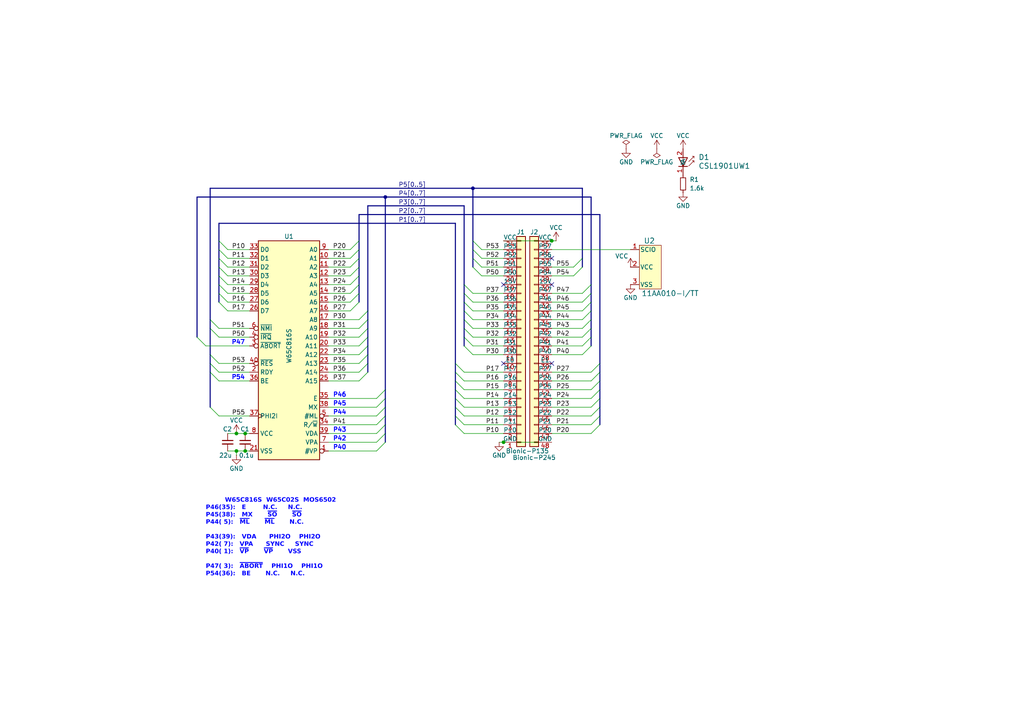
<source format=kicad_sch>
(kicad_sch (version 20231120) (generator "eeschema") (generator_version "8.0")
  (paper "A4")
  (title_block (title "BionicMOS6502") (date "2024-11-01") (rev "9") (company "Tadashi G. Takaoka"))
  (lib_symbols
    (symbol "0-LocalLibrary:11AA010-I_TT" (pin_names (offset 0.254))
      (property "Reference" "U" (at 2.54 1.27 0))
      (property "Value" "11AA010-I/TT" (at 3.81 -13.97 0))
      (symbol "11AA010-I_TT_1_1"
        (rectangle (start 0 0) (end 6.35 -12.7) (fill (type background)))
        (pin bidirectional line (at -2.54 -1.27 0) (length 2.54) (name "SCIO") (number "1"))
        (pin power_in line (at -2.54 -6.35 0) (length 2.54) (name "VCC") (number "2"))
        (pin power_in line (at -2.54 -11.43 0) (length 2.54) (name "VSS") (number "3"))
      )
    )
    (symbol "0-LocalLibrary:Bionic-P135" (pin_names (offset 0))
      (property "Reference" "J" (at 0 30.48 0))
      (property "Value" "Bionic-P135" (at -1.27 -33.02 0))
      (symbol "Bionic-P135_1_1"
        (rectangle (start 0 -30.353) (end -1.27 -30.607) (stroke (width 0.1524)))
        (rectangle (start 0 -27.813) (end -1.27 -28.067) (stroke (width 0.1524)))
        (rectangle (start 0 -25.273) (end -1.27 -25.527) (stroke (width 0.1524)))
        (rectangle (start 0 -22.733) (end -1.27 -22.987) (stroke (width 0.1524)))
        (rectangle (start 0 -20.193) (end -1.27 -20.447) (stroke (width 0.1524)))
        (rectangle (start 0 -17.653) (end -1.27 -17.907) (stroke (width 0.1524)))
        (rectangle (start 0 -15.113) (end -1.27 -15.367) (stroke (width 0.1524)))
        (rectangle (start 0 -12.573) (end -1.27 -12.827) (stroke (width 0.1524)))
        (rectangle (start 0 -10.033) (end -1.27 -10.287) (stroke (width 0.1524)))
        (rectangle (start 0 -7.493) (end -1.27 -7.747) (stroke (width 0.1524)))
        (rectangle (start 0 -4.953) (end -1.27 -5.207) (stroke (width 0.1524)))
        (rectangle (start 0 -2.413) (end -1.27 -2.667) (stroke (width 0.1524)))
        (rectangle (start 0 0.127) (end -1.27 -0.127) (stroke (width 0.1524)))
        (rectangle (start 0 2.667) (end -1.27 2.413) (stroke (width 0.1524)))
        (rectangle (start 0 5.207) (end -1.27 4.953) (stroke (width 0.1524)))
        (rectangle (start 0 7.747) (end -1.27 7.493) (stroke (width 0.1524)))
        (rectangle (start 0 10.287) (end -1.27 10.033) (stroke (width 0.1524)))
        (rectangle (start 0 12.827) (end -1.27 12.573) (stroke (width 0.1524)))
        (rectangle (start 0 15.367) (end -1.27 15.113) (stroke (width 0.1524)))
        (rectangle (start 0 17.907) (end -1.27 17.653) (stroke (width 0.1524)))
        (rectangle (start 0 20.447) (end -1.27 20.193) (stroke (width 0.1524)))
        (rectangle (start 0 22.987) (end -1.27 22.733) (stroke (width 0.1524)))
        (rectangle (start 0 25.527) (end -1.27 25.273) (stroke (width 0.1524)))
        (rectangle (start 0 28.067) (end -1.27 27.813) (stroke (width 0.1524)))
        (rectangle (start 1.27 29.21) (end -1.27 -31.75) (stroke (width 0.254)) (fill (type background)))
        (pin power_in line (at -5.08 -30.48 0) (length 3.81) (name "GND") (number "1"))
        (pin bidirectional line (at -5.08 -7.62 0) (length 3.81) (name "E0") (number "10"))
        (pin bidirectional line (at -5.08 -5.08 0) (length 3.81) (name "P30") (number "11"))
        (pin bidirectional line (at -5.08 -2.54 0) (length 3.81) (name "P31") (number "12"))
        (pin bidirectional line (at -5.08 0 0) (length 3.81) (name "P32") (number "13"))
        (pin bidirectional line (at -5.08 2.54 0) (length 3.81) (name "P33") (number "14"))
        (pin bidirectional line (at -5.08 5.08 0) (length 3.81) (name "P34") (number "15"))
        (pin bidirectional line (at -5.08 7.62 0) (length 3.81) (name "P35") (number "16"))
        (pin bidirectional line (at -5.08 10.16 0) (length 3.81) (name "P36") (number "17"))
        (pin bidirectional line (at -5.08 12.7 0) (length 3.81) (name "P37") (number "18"))
        (pin power_in line (at -5.08 15.24 0) (length 3.81) (name "15V") (number "19"))
        (pin bidirectional line (at -5.08 -27.94 0) (length 3.81) (name "P10") (number "2"))
        (pin bidirectional line (at -5.08 17.78 0) (length 3.81) (name "P50") (number "20"))
        (pin bidirectional line (at -5.08 20.32 0) (length 3.81) (name "P51") (number "21"))
        (pin bidirectional line (at -5.08 22.86 0) (length 3.81) (name "P52") (number "22"))
        (pin bidirectional line (at -5.08 25.4 0) (length 3.81) (name "P53") (number "23"))
        (pin power_in line (at -5.08 27.94 0) (length 3.81) (name "VCC") (number "24"))
        (pin bidirectional line (at -5.08 -25.4 0) (length 3.81) (name "P11") (number "3"))
        (pin bidirectional line (at -5.08 -22.86 0) (length 3.81) (name "P12") (number "4"))
        (pin bidirectional line (at -5.08 -20.32 0) (length 3.81) (name "P13") (number "5"))
        (pin bidirectional line (at -5.08 -17.78 0) (length 3.81) (name "P14") (number "6"))
        (pin bidirectional line (at -5.08 -15.24 0) (length 3.81) (name "P15") (number "7"))
        (pin bidirectional line (at -5.08 -12.7 0) (length 3.81) (name "P16") (number "8"))
        (pin bidirectional line (at -5.08 -10.16 0) (length 3.81) (name "P17") (number "9"))
      )
    )
    (symbol "0-LocalLibrary:Bionic-P245" (pin_names (offset 0))
      (property "Reference" "J" (at -3.81 30.48 0))
      (property "Value" "Bionic-P245" (at -1.27 -33.02 0))
      (symbol "Bionic-P245_1_1"
        (rectangle (start -2.54 -30.607) (end -3.81 -30.353) (stroke (width 0.1524)))
        (rectangle (start -2.54 -28.067) (end -3.81 -27.813) (stroke (width 0.1524)))
        (rectangle (start -2.54 -25.527) (end -3.81 -25.273) (stroke (width 0.1524)))
        (rectangle (start -2.54 -22.987) (end -3.81 -22.733) (stroke (width 0.1524)))
        (rectangle (start -2.54 -20.447) (end -3.81 -20.193) (stroke (width 0.1524)))
        (rectangle (start -2.54 -17.907) (end -3.81 -17.653) (stroke (width 0.1524)))
        (rectangle (start -2.54 -15.367) (end -3.81 -15.113) (stroke (width 0.1524)))
        (rectangle (start -2.54 -12.827) (end -3.81 -12.573) (stroke (width 0.1524)))
        (rectangle (start -2.54 -10.287) (end -3.81 -10.033) (stroke (width 0.1524)))
        (rectangle (start -2.54 -7.747) (end -3.81 -7.493) (stroke (width 0.1524)))
        (rectangle (start -2.54 -5.207) (end -3.81 -4.953) (stroke (width 0.1524)))
        (rectangle (start -2.54 -2.667) (end -3.81 -2.413) (stroke (width 0.1524)))
        (rectangle (start -2.54 -0.127) (end -3.81 0.127) (stroke (width 0.1524)))
        (rectangle (start -2.54 2.413) (end -3.81 2.667) (stroke (width 0.1524)))
        (rectangle (start -2.54 4.953) (end -3.81 5.207) (stroke (width 0.1524)))
        (rectangle (start -2.54 7.493) (end -3.81 7.747) (stroke (width 0.1524)))
        (rectangle (start -2.54 10.033) (end -3.81 10.287) (stroke (width 0.1524)))
        (rectangle (start -2.54 12.573) (end -3.81 12.827) (stroke (width 0.1524)))
        (rectangle (start -2.54 15.113) (end -3.81 15.367) (stroke (width 0.1524)))
        (rectangle (start -2.54 17.653) (end -3.81 17.907) (stroke (width 0.1524)))
        (rectangle (start -2.54 20.193) (end -3.81 20.447) (stroke (width 0.1524)))
        (rectangle (start -2.54 22.733) (end -3.81 22.987) (stroke (width 0.1524)))
        (rectangle (start -2.54 25.273) (end -3.81 25.527) (stroke (width 0.1524)))
        (rectangle (start -2.54 27.813) (end -3.81 28.067) (stroke (width 0.1524)))
        (rectangle (start -2.54 29.21) (end -5.08 -31.75) (stroke (width 0.254)) (fill (type background)))
        (pin power_in line (at 1.27 27.94 180) (length 3.81) (name "VCC") (number "25"))
        (pin bidirectional line (at 1.27 25.4 180) (length 3.81) (name "P57") (number "26"))
        (pin bidirectional line (at 1.27 22.86 180) (length 3.81) (name "P56") (number "27"))
        (pin bidirectional line (at 1.27 20.32 180) (length 3.81) (name "P55") (number "28"))
        (pin bidirectional line (at 1.27 17.78 180) (length 3.81) (name "P54") (number "29"))
        (pin power_in line (at 1.27 15.24 180) (length 3.81) (name "15V") (number "30"))
        (pin bidirectional line (at 1.27 12.7 180) (length 3.81) (name "P47") (number "31"))
        (pin bidirectional line (at 1.27 10.16 180) (length 3.81) (name "P46") (number "32"))
        (pin bidirectional line (at 1.27 7.62 180) (length 3.81) (name "P45") (number "33"))
        (pin bidirectional line (at 1.27 5.08 180) (length 3.81) (name "P44") (number "34"))
        (pin bidirectional line (at 1.27 2.54 180) (length 3.81) (name "P43") (number "35"))
        (pin bidirectional line (at 1.27 0 180) (length 3.81) (name "P42") (number "36"))
        (pin bidirectional line (at 1.27 -2.54 180) (length 3.81) (name "P41") (number "37"))
        (pin bidirectional line (at 1.27 -5.08 180) (length 3.81) (name "P40") (number "38"))
        (pin bidirectional line (at 1.27 -7.62 180) (length 3.81) (name "E1") (number "39"))
        (pin bidirectional line (at 1.27 -10.16 180) (length 3.81) (name "P27") (number "40"))
        (pin bidirectional line (at 1.27 -12.7 180) (length 3.81) (name "P26") (number "41"))
        (pin bidirectional line (at 1.27 -15.24 180) (length 3.81) (name "P25") (number "42"))
        (pin bidirectional line (at 1.27 -17.78 180) (length 3.81) (name "P24") (number "43"))
        (pin bidirectional line (at 1.27 -20.32 180) (length 3.81) (name "P23") (number "44"))
        (pin bidirectional line (at 1.27 -22.86 180) (length 3.81) (name "P22") (number "45"))
        (pin bidirectional line (at 1.27 -25.4 180) (length 3.81) (name "P21") (number "46"))
        (pin bidirectional line (at 1.27 -27.94 180) (length 3.81) (name "P20") (number "47"))
        (pin power_in line (at 1.27 -30.48 180) (length 3.81) (name "GND") (number "48"))
      )
    )
    (symbol "0-LocalLibrary:CSL1901UW1" (pin_names (offset 0.254))
      (property "Reference" "D" (at 3.81 -2.54 0))
      (property "Value" "CSL1901UW1" (at 3.81 -5.08 0))
      (symbol "CSL1901UW1_0_1"
        (polyline (pts (xy 2.159 3.175) (xy 2.667 3.175)))
        (polyline (pts (xy 2.54 0) (xy 5.08 0)))
        (polyline (pts (xy 5.08 1.27) (xy 5.08 -1.27)) (stroke (width 0.254)))
        (polyline (pts (xy 3.683 1.651) (xy 2.159 3.175) (xy 2.159 2.667)))
        (polyline (pts (xy 2.54 -1.27) (xy 5.08 0) (xy 2.54 1.27) (xy 2.54 -1.27)) (stroke (width 0.254)))
        (polyline (pts (xy 4.953 1.651) (xy 3.429 3.175) (xy 3.429 2.667) (xy 3.429 3.175) (xy 3.937 3.175)))
      )
      (symbol "CSL1901UW1_1_1"
        (pin passive line (at 7.62 0 180) (length 2.54) (name "K") (number "1"))
        (pin passive line (at 0 0 0) (length 2.54) (name "A") (number "2"))
      )
      (symbol "CSL1901UW1_1_2"
        (polyline (pts (xy -5.08 7.62) (xy -4.445 8.255)) (stroke (width 0.2032)))
        (polyline (pts (xy -5.08 8.255) (xy -5.08 7.62)) (stroke (width 0.2032)))
        (polyline (pts (xy -4.445 6.35) (xy -3.81 6.985)) (stroke (width 0.2032)))
        (polyline (pts (xy -4.445 8.255) (xy -5.08 8.255)) (stroke (width 0.2032)))
        (polyline (pts (xy -4.445 9.525) (xy -3.81 10.16)) (stroke (width 0.2032)))
        (polyline (pts (xy -4.445 10.16) (xy -4.445 9.525)) (stroke (width 0.2032)))
        (polyline (pts (xy -3.81 6.985) (xy -5.08 8.255)) (stroke (width 0.2032)))
        (polyline (pts (xy -3.81 8.255) (xy -3.175 8.89)) (stroke (width 0.2032)))
        (polyline (pts (xy -3.81 10.16) (xy -4.445 10.16)) (stroke (width 0.2032)))
        (polyline (pts (xy -3.175 5.08) (xy -4.445 6.35)) (stroke (width 0.2032)))
        (polyline (pts (xy -3.175 8.89) (xy -4.445 10.16)) (stroke (width 0.2032)))
        (polyline (pts (xy -2.54 6.985) (xy -3.81 8.255)) (stroke (width 0.2032)))
        (polyline (pts (xy -1.905 3.81) (xy 1.905 3.81)) (stroke (width 0.2032)))
        (polyline (pts (xy 0 2.54) (xy 0 3.4798)) (stroke (width 0.2032)))
        (polyline (pts (xy 0 3.175) (xy 0 3.81)) (stroke (width 0.2032)))
        (polyline (pts (xy 0 6.35) (xy -1.905 3.81)) (stroke (width 0.2032)))
        (polyline (pts (xy 0 6.35) (xy 0 7.62)) (stroke (width 0.2032)))
        (polyline (pts (xy 1.905 3.81) (xy 0 6.35)) (stroke (width 0.2032)))
        (polyline (pts (xy 1.905 6.35) (xy -1.905 6.35)) (stroke (width 0.2032)))
        (pin unspecified line (at 0 10.16 270) (length 2.54) (name "") (number "1"))
        (pin unspecified line (at 0 0 90) (length 2.54) (name "") (number "2"))
      )
    )
    (symbol "0-LocalLibrary:W65C816S"
      (property "Reference" "U" (at -1.27 31.75 0))
      (property "Value" "W65C816S" (at 0 -3.81 90))
      (symbol "W65C816S_0_0"
        (pin output line (at 11.43 -15.24 180) (length 2.54) (name "E") (number "35"))
        (pin input line (at -11.43 -10.16 0) (length 2.54) (name "BE") (number "36"))
        (pin output inverted (at 11.43 -20.32 180) (length 2.54) (name "#ML") (number "5"))
      )
      (symbol "W65C816S_0_1"
        (rectangle (start -8.89 -33.02) (end 8.89 30.48) (stroke (width 0.254)) (fill (type background)))
      )
      (symbol "W65C816S_1_1"
        (pin output inverted (at 11.43 -30.48 180) (length 2.54) (name "#VP") (number "1"))
        (pin output line (at 11.43 25.4 180) (length 2.54) (name "A1") (number "10"))
        (pin output line (at 11.43 22.86 180) (length 2.54) (name "A2") (number "11"))
        (pin output line (at 11.43 20.32 180) (length 2.54) (name "A3") (number "12"))
        (pin output line (at 11.43 17.78 180) (length 2.54) (name "A4") (number "13"))
        (pin output line (at 11.43 15.24 180) (length 2.54) (name "A5") (number "14"))
        (pin output line (at 11.43 12.7 180) (length 2.54) (name "A6") (number "15"))
        (pin output line (at 11.43 10.16 180) (length 2.54) (name "A7") (number "16"))
        (pin output line (at 11.43 7.62 180) (length 2.54) (name "A8") (number "17"))
        (pin output line (at 11.43 5.08 180) (length 2.54) (name "A9") (number "18"))
        (pin output line (at 11.43 2.54 180) (length 2.54) (name "A10") (number "19"))
        (pin input line (at -11.43 -7.62 0) (length 2.54) (name "RDY") (number "2"))
        (pin output line (at 11.43 0 180) (length 2.54) (name "A11") (number "20"))
        (pin power_in line (at -11.43 -30.48 0) (length 2.54) (name "VSS") (number "21"))
        (pin output line (at 11.43 -2.54 180) (length 2.54) (name "A12") (number "22"))
        (pin output line (at 11.43 -5.08 180) (length 2.54) (name "A13") (number "23"))
        (pin output line (at 11.43 -7.62 180) (length 2.54) (name "A14") (number "24"))
        (pin output line (at 11.43 -10.16 180) (length 2.54) (name "A15") (number "25"))
        (pin bidirectional line (at -11.43 10.16 0) (length 2.54) (name "D7") (number "26"))
        (pin bidirectional line (at -11.43 12.7 0) (length 2.54) (name "D6") (number "27"))
        (pin bidirectional line (at -11.43 15.24 0) (length 2.54) (name "D5") (number "28"))
        (pin bidirectional line (at -11.43 17.78 0) (length 2.54) (name "D4") (number "29"))
        (pin input inverted (at -11.43 0 0) (length 2.54) (name "~{ABORT}") (number "3"))
        (pin bidirectional line (at -11.43 20.32 0) (length 2.54) (name "D3") (number "30"))
        (pin bidirectional line (at -11.43 22.86 0) (length 2.54) (name "D2") (number "31"))
        (pin bidirectional line (at -11.43 25.4 0) (length 2.54) (name "D1") (number "32"))
        (pin bidirectional line (at -11.43 27.94 0) (length 2.54) (name "D0") (number "33"))
        (pin output line (at 11.43 -22.86 180) (length 2.54) (name "R/~{W}") (number "34"))
        (pin input clock (at -11.43 -20.32 0) (length 2.54) (name "PHI2I") (number "37"))
        (pin output line (at 11.43 -17.78 180) (length 2.54) (name "MX") (number "38"))
        (pin output line (at 11.43 -25.4 180) (length 2.54) (name "VDA") (number "39"))
        (pin input inverted (at -11.43 2.54 0) (length 2.54) (name "~{IRQ}") (number "4"))
        (pin input inverted (at -11.43 -5.08 0) (length 2.54) (name "~{RES}") (number "40"))
        (pin input inverted (at -11.43 5.08 0) (length 2.54) (name "~{NMI}") (number "6"))
        (pin output line (at 11.43 -27.94 180) (length 2.54) (name "VPA") (number "7"))
        (pin power_in line (at -11.43 -25.4 0) (length 2.54) (name "VCC") (number "8"))
        (pin output line (at 11.43 27.94 180) (length 2.54) (name "A0") (number "9"))
      )
    )
    (symbol "Device:C_Small" (pin_numbers hide) (pin_names (offset 0.254) hide)
      (property "Reference" "C" (at 0.254 1.778 0))
      (property "Value" "C_Small" (at 0.254 -2.032 0))
      (symbol "C_Small_0_1"
        (polyline (pts (xy -1.524 -0.508) (xy 1.524 -0.508)) (stroke (width 0.3302)))
        (polyline (pts (xy -1.524 0.508) (xy 1.524 0.508)) (stroke (width 0.3048)))
      )
      (symbol "C_Small_1_1"
        (pin passive line (at 0 2.54 270) (length 2.032) (name "~") (number "1"))
        (pin passive line (at 0 -2.54 90) (length 2.032) (name "~") (number "2"))
      )
    )
    (symbol "Device:R_Small" (pin_numbers hide) (pin_names (offset 0.254) hide)
      (property "Reference" "R" (at 0.762 0.508 0))
      (property "Value" "R_Small" (at 0.762 -1.016 0))
      (symbol "R_Small_0_1"
        (rectangle (start -0.762 1.778) (end 0.762 -1.778) (stroke (width 0.2032)))
      )
      (symbol "R_Small_1_1"
        (pin passive line (at 0 2.54 270) (length 0.762) (name "~") (number "1"))
        (pin passive line (at 0 -2.54 90) (length 0.762) (name "~") (number "2"))
      )
    )
    (symbol "power:GND" (power) (pin_numbers hide) (pin_names (offset 0) hide)
      (property "Value" "GND" (at 0 -3.81 0))
      (symbol "GND_0_1"
        (polyline (pts (xy 0 0) (xy 0 -1.27) (xy 1.27 -1.27) (xy 0 -2.54) (xy -1.27 -1.27) (xy 0 -1.27)))
      )
      (symbol "GND_1_1"
        (pin power_in line (at 0 0 270) (length 0) (name "~") (number "1"))
      )
    )
    (symbol "power:PWR_FLAG" (power) (pin_numbers hide) (pin_names (offset 0) hide)
      (property "Value" "PWR_FLAG" (at 0 3.81 0))
      (symbol "PWR_FLAG_0_0"
        (pin power_out line (at 0 0 90) (length 0) (name "~") (number "1"))
      )
      (symbol "PWR_FLAG_0_1"
        (polyline (pts (xy 0 0) (xy 0 1.27) (xy -1.016 1.905) (xy 0 2.54) (xy 1.016 1.905) (xy 0 1.27)))
      )
    )
    (symbol "power:VCC" (power) (pin_numbers hide) (pin_names (offset 0) hide)
      (property "Value" "VCC" (at 0 3.556 0))
      (symbol "VCC_0_1"
        (polyline (pts (xy -0.762 1.27) (xy 0 2.54)))
        (polyline (pts (xy 0 0) (xy 0 2.54)))
        (polyline (pts (xy 0 2.54) (xy 0.762 1.27)))
      )
      (symbol "VCC_1_1"
        (pin power_in line (at 0 0 90) (length 0) (name "~") (number "1"))
      )
    )
  )
  (junction (at 146.05 128.27))
  (junction (at 68.58 130.81))
  (junction (at 71.12 130.81))
  (junction (at 71.12 125.73))
  (junction (at 137.16 54.61))
  (junction (at 111.76 57.15))
  (junction (at 160.02 69.85))
  (junction (at 68.58 125.73))
  (no_connect (at 160.02 105.41))
  (no_connect (at 160.02 74.93))
  (no_connect (at 146.05 105.41))
  (no_connect (at 160.02 82.55))
  (no_connect (at 146.05 82.55))
  (bus_entry (at 60.96 107.95) (size 2.54 2.54))
  (bus_entry (at 66.04 82.55) (size -2.54 -2.54))
  (bus_entry (at 66.04 87.63) (size -2.54 -2.54))
  (bus_entry (at 59.69 100.33) (size -2.54 -2.54))
  (bus_entry (at 104.14 72.39) (size -2.54 2.54))
  (bus_entry (at 104.14 92.71) (size 2.54 -2.54))
  (bus_entry (at 104.14 74.93) (size -2.54 2.54))
  (bus_entry (at 168.91 102.87) (size 2.54 -2.54))
  (bus_entry (at 134.62 87.63) (size 2.54 2.54))
  (bus_entry (at 104.14 82.55) (size -2.54 2.54))
  (bus_entry (at 66.04 80.01) (size -2.54 -2.54))
  (bus_entry (at 166.37 80.01) (size 2.54 -2.54))
  (bus_entry (at 104.14 102.87) (size 2.54 -2.54))
  (bus_entry (at 134.62 118.11) (size -2.54 -2.54))
  (bus_entry (at 104.14 80.01) (size -2.54 2.54))
  (bus_entry (at 173.99 115.57) (size -2.54 2.54))
  (bus_entry (at 63.5 105.41) (size -2.54 -2.54))
  (bus_entry (at 134.62 110.49) (size -2.54 -2.54))
  (bus_entry (at 109.22 120.65) (size 2.54 -2.54))
  (bus_entry (at 168.91 92.71) (size 2.54 -2.54))
  (bus_entry (at 104.14 97.79) (size 2.54 -2.54))
  (bus_entry (at 111.76 120.65) (size -2.54 2.54))
  (bus_entry (at 109.22 118.11) (size 2.54 -2.54))
  (bus_entry (at 173.99 123.19) (size -2.54 2.54))
  (bus_entry (at 66.04 74.93) (size -2.54 -2.54))
  (bus_entry (at 134.62 120.65) (size -2.54 -2.54))
  (bus_entry (at 168.91 97.79) (size 2.54 -2.54))
  (bus_entry (at 104.14 107.95) (size 2.54 -2.54))
  (bus_entry (at 168.91 90.17) (size 2.54 -2.54))
  (bus_entry (at 173.99 107.95) (size -2.54 2.54))
  (bus_entry (at 60.96 92.71) (size 2.54 2.54))
  (bus_entry (at 66.04 72.39) (size -2.54 -2.54))
  (bus_entry (at 134.62 90.17) (size 2.54 2.54))
  (bus_entry (at 104.14 77.47) (size -2.54 2.54))
  (bus_entry (at 104.14 100.33) (size 2.54 -2.54))
  (bus_entry (at 63.5 120.65) (size -2.54 -2.54))
  (bus_entry (at 134.62 115.57) (size -2.54 -2.54))
  (bus_entry (at 134.62 85.09) (size 2.54 2.54))
  (bus_entry (at 168.91 85.09) (size 2.54 -2.54))
  (bus_entry (at 104.14 85.09) (size -2.54 2.54))
  (bus_entry (at 139.7 72.39) (size -2.54 -2.54))
  (bus_entry (at 104.14 69.85) (size -2.54 2.54))
  (bus_entry (at 104.14 95.25) (size 2.54 -2.54))
  (bus_entry (at 66.04 77.47) (size -2.54 -2.54))
  (bus_entry (at 173.99 105.41) (size -2.54 2.54))
  (bus_entry (at 173.99 110.49) (size -2.54 2.54))
  (bus_entry (at 173.99 113.03) (size -2.54 2.54))
  (bus_entry (at 134.62 95.25) (size 2.54 2.54))
  (bus_entry (at 134.62 97.79) (size 2.54 2.54))
  (bus_entry (at 104.14 110.49) (size 2.54 -2.54))
  (bus_entry (at 109.22 128.27) (size 2.54 -2.54))
  (bus_entry (at 168.91 100.33) (size 2.54 -2.54))
  (bus_entry (at 166.37 77.47) (size 2.54 -2.54))
  (bus_entry (at 134.62 92.71) (size 2.54 2.54))
  (bus_entry (at 173.99 118.11) (size -2.54 2.54))
  (bus_entry (at 109.22 130.81) (size 2.54 -2.54))
  (bus_entry (at 139.7 74.93) (size -2.54 -2.54))
  (bus_entry (at 137.16 85.09) (size -2.54 -2.54))
  (bus_entry (at 168.91 95.25) (size 2.54 -2.54))
  (bus_entry (at 66.04 90.17) (size -2.54 -2.54))
  (bus_entry (at 173.99 120.65) (size -2.54 2.54))
  (bus_entry (at 134.62 107.95) (size -2.54 -2.54))
  (bus_entry (at 104.14 105.41) (size 2.54 -2.54))
  (bus_entry (at 134.62 125.73) (size -2.54 -2.54))
  (bus_entry (at 66.04 85.09) (size -2.54 -2.54))
  (bus_entry (at 111.76 123.19) (size -2.54 2.54))
  (bus_entry (at 139.7 80.01) (size -2.54 -2.54))
  (bus_entry (at 134.62 123.19) (size -2.54 -2.54))
  (bus_entry (at 139.7 77.47) (size -2.54 -2.54))
  (bus_entry (at 168.91 87.63) (size 2.54 -2.54))
  (bus_entry (at 134.62 100.33) (size 2.54 2.54))
  (bus_entry (at 60.96 95.25) (size 2.54 2.54))
  (bus_entry (at 134.62 113.03) (size -2.54 -2.54))
  (bus_entry (at 63.5 107.95) (size -2.54 -2.54))
  (bus_entry (at 104.14 87.63) (size -2.54 2.54))
  (bus_entry (at 109.22 115.57) (size 2.54 -2.54))
  (wire (pts (xy 63.5 110.49) (xy 72.39 110.49)))
  (bus (pts (xy 106.68 90.17) (xy 106.68 92.71)))
  (bus (pts (xy 104.14 69.85) (xy 104.14 72.39)))
  (wire (pts (xy 137.16 95.25) (xy 146.05 95.25)))
  (wire (pts (xy 66.04 72.39) (xy 72.39 72.39)))
  (wire (pts (xy 139.7 77.47) (xy 146.05 77.47)))
  (wire (pts (xy 66.04 82.55) (xy 72.39 82.55)))
  (bus (pts (xy 134.62 82.55) (xy 134.62 85.09)))
  (bus (pts (xy 132.08 105.41) (xy 132.08 107.95)))
  (wire (pts (xy 63.5 107.95) (xy 72.39 107.95)))
  (wire (pts (xy 95.25 90.17) (xy 101.6 90.17)))
  (bus (pts (xy 63.5 74.93) (xy 63.5 77.47)))
  (bus (pts (xy 106.68 97.79) (xy 106.68 100.33)))
  (wire (pts (xy 144.78 128.27) (xy 146.05 128.27)))
  (wire (pts (xy 95.25 100.33) (xy 104.14 100.33)))
  (wire (pts (xy 139.7 74.93) (xy 146.05 74.93)))
  (wire (pts (xy 160.02 90.17) (xy 168.91 90.17)))
  (bus (pts (xy 134.62 95.25) (xy 134.62 97.79)))
  (bus (pts (xy 171.45 82.55) (xy 171.45 85.09)))
  (wire (pts (xy 160.02 97.79) (xy 168.91 97.79)))
  (bus (pts (xy 63.5 82.55) (xy 63.5 85.09)))
  (bus (pts (xy 104.14 77.47) (xy 104.14 80.01)))
  (wire (pts (xy 95.25 82.55) (xy 101.6 82.55)))
  (wire (pts (xy 139.7 80.01) (xy 146.05 80.01)))
  (wire (pts (xy 68.58 132.08) (xy 68.58 130.81)))
  (wire (pts (xy 68.58 125.73) (xy 71.12 125.73)))
  (wire (pts (xy 95.25 97.79) (xy 104.14 97.79)))
  (bus (pts (xy 134.62 82.55) (xy 134.62 59.69)))
  (wire (pts (xy 160.02 120.65) (xy 171.45 120.65)))
  (bus (pts (xy 106.68 92.71) (xy 106.68 95.25)))
  (bus (pts (xy 111.76 125.73) (xy 111.76 128.27)))
  (bus (pts (xy 60.96 54.61) (xy 137.16 54.61)))
  (wire (pts (xy 161.29 69.85) (xy 160.02 69.85)))
  (wire (pts (xy 146.05 69.85) (xy 160.02 69.85)))
  (bus (pts (xy 173.99 105.41) (xy 173.99 62.23)))
  (bus (pts (xy 60.96 54.61) (xy 60.96 92.71)))
  (bus (pts (xy 134.62 87.63) (xy 134.62 90.17)))
  (wire (pts (xy 160.02 100.33) (xy 168.91 100.33)))
  (wire (pts (xy 66.04 80.01) (xy 72.39 80.01)))
  (wire (pts (xy 134.62 115.57) (xy 146.05 115.57)))
  (wire (pts (xy 134.62 113.03) (xy 146.05 113.03)))
  (wire (pts (xy 134.62 107.95) (xy 146.05 107.95)))
  (bus (pts (xy 132.08 113.03) (xy 132.08 115.57)))
  (wire (pts (xy 95.25 87.63) (xy 101.6 87.63)))
  (bus (pts (xy 104.14 72.39) (xy 104.14 74.93)))
  (bus (pts (xy 60.96 107.95) (xy 60.96 105.41)))
  (wire (pts (xy 137.16 90.17) (xy 146.05 90.17)))
  (bus (pts (xy 63.5 64.77) (xy 132.08 64.77)))
  (bus (pts (xy 173.99 113.03) (xy 173.99 115.57)))
  (wire (pts (xy 95.25 123.19) (xy 109.22 123.19)))
  (wire (pts (xy 137.16 92.71) (xy 146.05 92.71)))
  (bus (pts (xy 137.16 54.61) (xy 168.91 54.61)))
  (bus (pts (xy 111.76 57.15) (xy 171.45 57.15)))
  (wire (pts (xy 95.25 80.01) (xy 101.6 80.01)))
  (wire (pts (xy 160.02 95.25) (xy 168.91 95.25)))
  (wire (pts (xy 66.04 77.47) (xy 72.39 77.47)))
  (wire (pts (xy 137.16 87.63) (xy 146.05 87.63)))
  (bus (pts (xy 132.08 115.57) (xy 132.08 118.11)))
  (bus (pts (xy 106.68 102.87) (xy 106.68 105.41)))
  (wire (pts (xy 59.69 100.33) (xy 72.39 100.33)))
  (bus (pts (xy 168.91 54.61) (xy 168.91 74.93)))
  (bus (pts (xy 173.99 62.23) (xy 104.14 62.23)))
  (bus (pts (xy 168.91 77.47) (xy 168.91 74.93)))
  (wire (pts (xy 71.12 125.73) (xy 72.39 125.73)))
  (wire (pts (xy 95.25 102.87) (xy 104.14 102.87)))
  (bus (pts (xy 137.16 74.93) (xy 137.16 72.39)))
  (bus (pts (xy 132.08 118.11) (xy 132.08 120.65)))
  (wire (pts (xy 95.25 128.27) (xy 109.22 128.27)))
  (wire (pts (xy 66.04 90.17) (xy 72.39 90.17)))
  (bus (pts (xy 137.16 54.61) (xy 137.16 69.85)))
  (bus (pts (xy 63.5 72.39) (xy 63.5 74.93)))
  (bus (pts (xy 63.5 85.09) (xy 63.5 87.63)))
  (wire (pts (xy 95.25 118.11) (xy 109.22 118.11)))
  (bus (pts (xy 132.08 107.95) (xy 132.08 110.49)))
  (bus (pts (xy 171.45 100.33) (xy 171.45 97.79)))
  (wire (pts (xy 95.25 74.93) (xy 101.6 74.93)))
  (wire (pts (xy 95.25 92.71) (xy 104.14 92.71)))
  (wire (pts (xy 160.02 123.19) (xy 171.45 123.19)))
  (bus (pts (xy 104.14 82.55) (xy 104.14 85.09)))
  (wire (pts (xy 134.62 120.65) (xy 146.05 120.65)))
  (bus (pts (xy 173.99 120.65) (xy 173.99 123.19)))
  (bus (pts (xy 60.96 107.95) (xy 60.96 118.11)))
  (bus (pts (xy 132.08 64.77) (xy 132.08 105.41)))
  (bus (pts (xy 104.14 74.93) (xy 104.14 77.47)))
  (wire (pts (xy 63.5 120.65) (xy 72.39 120.65)))
  (bus (pts (xy 60.96 95.25) (xy 60.96 102.87)))
  (wire (pts (xy 95.25 85.09) (xy 101.6 85.09)))
  (bus (pts (xy 171.45 95.25) (xy 171.45 92.71)))
  (bus (pts (xy 111.76 118.11) (xy 111.76 120.65)))
  (wire (pts (xy 160.02 115.57) (xy 171.45 115.57)))
  (wire (pts (xy 139.7 72.39) (xy 146.05 72.39)))
  (bus (pts (xy 173.99 107.95) (xy 173.99 110.49)))
  (wire (pts (xy 95.25 120.65) (xy 109.22 120.65)))
  (bus (pts (xy 60.96 92.71) (xy 60.96 95.25)))
  (bus (pts (xy 111.76 115.57) (xy 111.76 113.03)))
  (wire (pts (xy 160.02 72.39) (xy 182.88 72.39)))
  (bus (pts (xy 104.14 85.09) (xy 104.14 87.63)))
  (wire (pts (xy 95.25 130.81) (xy 109.22 130.81)))
  (bus (pts (xy 111.76 123.19) (xy 111.76 125.73)))
  (wire (pts (xy 95.25 72.39) (xy 101.6 72.39)))
  (bus (pts (xy 171.45 97.79) (xy 171.45 95.25)))
  (wire (pts (xy 160.02 110.49) (xy 171.45 110.49)))
  (wire (pts (xy 66.04 87.63) (xy 72.39 87.63)))
  (wire (pts (xy 66.04 125.73) (xy 68.58 125.73)))
  (wire (pts (xy 63.5 97.79) (xy 72.39 97.79)))
  (bus (pts (xy 134.62 59.69) (xy 106.68 59.69)))
  (wire (pts (xy 160.02 80.01) (xy 166.37 80.01)))
  (wire (pts (xy 63.5 105.41) (xy 72.39 105.41)))
  (wire (pts (xy 160.02 87.63) (xy 168.91 87.63)))
  (bus (pts (xy 104.14 62.23) (xy 104.14 69.85)))
  (bus (pts (xy 134.62 90.17) (xy 134.62 92.71)))
  (bus (pts (xy 132.08 120.65) (xy 132.08 123.19)))
  (wire (pts (xy 95.25 77.47) (xy 101.6 77.47)))
  (bus (pts (xy 63.5 77.47) (xy 63.5 80.01)))
  (wire (pts (xy 146.05 128.27) (xy 160.02 128.27)))
  (bus (pts (xy 134.62 92.71) (xy 134.62 95.25)))
  (wire (pts (xy 134.62 123.19) (xy 146.05 123.19)))
  (bus (pts (xy 132.08 110.49) (xy 132.08 113.03)))
  (wire (pts (xy 95.25 125.73) (xy 109.22 125.73)))
  (wire (pts (xy 95.25 110.49) (xy 104.14 110.49)))
  (wire (pts (xy 134.62 110.49) (xy 146.05 110.49)))
  (wire (pts (xy 134.62 125.73) (xy 146.05 125.73)))
  (bus (pts (xy 134.62 97.79) (xy 134.62 100.33)))
  (wire (pts (xy 137.16 100.33) (xy 146.05 100.33)))
  (bus (pts (xy 63.5 69.85) (xy 63.5 72.39)))
  (wire (pts (xy 160.02 85.09) (xy 168.91 85.09)))
  (wire (pts (xy 160.02 102.87) (xy 168.91 102.87)))
  (wire (pts (xy 134.62 118.11) (xy 146.05 118.11)))
  (wire (pts (xy 137.16 97.79) (xy 146.05 97.79)))
  (bus (pts (xy 173.99 118.11) (xy 173.99 120.65)))
  (wire (pts (xy 137.16 85.09) (xy 146.05 85.09)))
  (wire (pts (xy 137.16 102.87) (xy 146.05 102.87)))
  (bus (pts (xy 60.96 105.41) (xy 60.96 102.87)))
  (bus (pts (xy 171.45 57.15) (xy 171.45 82.55)))
  (bus (pts (xy 111.76 115.57) (xy 111.76 118.11)))
  (wire (pts (xy 95.25 115.57) (xy 109.22 115.57)))
  (bus (pts (xy 106.68 100.33) (xy 106.68 102.87)))
  (bus (pts (xy 106.68 59.69) (xy 106.68 90.17)))
  (wire (pts (xy 63.5 95.25) (xy 72.39 95.25)))
  (bus (pts (xy 173.99 105.41) (xy 173.99 107.95)))
  (wire (pts (xy 160.02 113.03) (xy 171.45 113.03)))
  (bus (pts (xy 57.15 97.79) (xy 57.15 57.15)))
  (wire (pts (xy 160.02 77.47) (xy 166.37 77.47)))
  (bus (pts (xy 106.68 105.41) (xy 106.68 107.95)))
  (bus (pts (xy 134.62 85.09) (xy 134.62 87.63)))
  (bus (pts (xy 137.16 77.47) (xy 137.16 74.93)))
  (bus (pts (xy 137.16 72.39) (xy 137.16 69.85)))
  (bus (pts (xy 171.45 90.17) (xy 171.45 87.63)))
  (bus (pts (xy 171.45 87.63) (xy 171.45 85.09)))
  (bus (pts (xy 111.76 113.03) (xy 111.76 57.15)))
  (wire (pts (xy 160.02 107.95) (xy 171.45 107.95)))
  (wire (pts (xy 66.04 74.93) (xy 72.39 74.93)))
  (bus (pts (xy 104.14 80.01) (xy 104.14 82.55)))
  (wire (pts (xy 66.04 85.09) (xy 72.39 85.09)))
  (wire (pts (xy 160.02 125.73) (xy 171.45 125.73)))
  (bus (pts (xy 57.15 57.15) (xy 111.76 57.15)))
  (bus (pts (xy 111.76 120.65) (xy 111.76 123.19)))
  (wire (pts (xy 95.25 107.95) (xy 104.14 107.95)))
  (wire (pts (xy 160.02 118.11) (xy 171.45 118.11)))
  (wire (pts (xy 160.02 92.71) (xy 168.91 92.71)))
  (bus (pts (xy 173.99 110.49) (xy 173.99 113.03)))
  (bus (pts (xy 63.5 80.01) (xy 63.5 82.55)))
  (wire (pts (xy 95.25 95.25) (xy 104.14 95.25)))
  (wire (pts (xy 71.12 130.81) (xy 72.39 130.81)))
  (bus (pts (xy 63.5 69.85) (xy 63.5 64.77)))
  (bus (pts (xy 173.99 115.57) (xy 173.99 118.11)))
  (wire (pts (xy 68.58 130.81) (xy 71.12 130.81)))
  (wire (pts (xy 95.25 105.41) (xy 104.14 105.41)))
  (bus (pts (xy 171.45 92.71) (xy 171.45 90.17)))
  (wire (pts (xy 66.04 130.81) (xy 68.58 130.81)))
  (bus (pts (xy 106.68 95.25) (xy 106.68 97.79)))
  (text "         W65C816S  W65C02S  MOS6502\nP46(35):   E        N.C.     N.C. \nP45(38):   MX       ~{SO}       ~{SO}\nP44( 5):   ~{ML}       ~{ML}       N.C.\n\nP43(39):   VDA      PHI2O    PHI2O\nP42( 7):   VPA      SYNC     SYNC\nP40( 1):   ~{VP}       ~{VP}       VSS\n\nP47( 3):   ~{ABORT}    PHI1O    PHI1O\nP54(36):   BE       N.C.     N.C." (at 59.69 167.64 0) (effects (font (size 1.27 1.27) (thickness 0.254) (bold yes)) (justify left bottom)))
  (label "P31" (at 96.52 95.25 0))
  (label "P23" (at 161.29 118.11 0))
  (label "P17" (at 71.12 90.17 180))
  (label "P13" (at 144.78 118.11 180))
  (label "P50" (at 144.78 80.01 180))
  (label "P17" (at 144.78 107.95 180))
  (label "P47" (at 71.12 100.33 180) (effects (font (thickness 0.254) (bold yes))))
  (label "P14" (at 71.12 82.55 180))
  (label "P34" (at 144.78 92.71 180))
  (label "P2[0..7]" (at 115.57 62.23 0))
  (label "P16" (at 144.78 110.49 180))
  (label "P42" (at 161.29 97.79 0))
  (label "P16" (at 71.12 87.63 180))
  (label "P27" (at 96.52 90.17 0))
  (label "P14" (at 144.78 115.57 180))
  (label "P47" (at 161.29 85.09 0))
  (label "P41" (at 161.29 100.33 0))
  (label "P11" (at 71.12 74.93 180))
  (label "P11" (at 144.78 123.19 180))
  (label "P46" (at 161.29 87.63 0))
  (label "P25" (at 96.52 85.09 0))
  (label "P44" (at 161.29 92.71 0))
  (label "P53" (at 144.78 72.39 180))
  (label "P5[0..5]" (at 115.57 54.61 0))
  (label "P54" (at 71.12 110.49 180) (effects (font (thickness 0.254) (bold yes))))
  (label "P15" (at 144.78 113.03 180))
  (label "P37" (at 144.78 85.09 180))
  (label "P30" (at 96.52 92.71 0))
  (label "P44" (at 96.52 120.65 0) (effects (font (thickness 0.254) (bold yes))))
  (label "P26" (at 96.52 87.63 0))
  (label "P24" (at 161.29 115.57 0))
  (label "P32" (at 144.78 97.79 180))
  (label "P36" (at 96.52 107.95 0))
  (label "P51" (at 71.12 95.25 180))
  (label "P53" (at 71.12 105.41 180))
  (label "P34" (at 96.52 102.87 0))
  (label "P20" (at 96.52 72.39 0))
  (label "P32" (at 96.52 97.79 0))
  (label "P37" (at 96.52 110.49 0))
  (label "P33" (at 96.52 100.33 0))
  (label "P4[0..7]" (at 115.57 57.15 0))
  (label "P22" (at 96.52 77.47 0))
  (label "P21" (at 161.29 123.19 0))
  (label "P50" (at 71.12 97.79 180))
  (label "P54" (at 161.29 80.01 0))
  (label "P40" (at 161.29 102.87 0))
  (label "P21" (at 96.52 74.93 0))
  (label "P45" (at 96.52 118.11 0) (effects (font (thickness 0.254) (bold yes))))
  (label "P33" (at 144.78 95.25 180))
  (label "P27" (at 161.29 107.95 0))
  (label "P45" (at 161.29 90.17 0))
  (label "P52" (at 144.78 74.93 180))
  (label "P35" (at 144.78 90.17 180))
  (label "P3[0..7]" (at 115.57 59.69 0))
  (label "P46" (at 96.52 115.57 0) (effects (font (thickness 0.254) (bold yes))))
  (label "P55" (at 71.12 120.65 180))
  (label "P12" (at 71.12 77.47 180))
  (label "P15" (at 71.12 85.09 180))
  (label "P30" (at 144.78 102.87 180))
  (label "P25" (at 161.29 113.03 0))
  (label "P12" (at 144.78 120.65 180))
  (label "P20" (at 161.29 125.73 0))
  (label "P41" (at 96.52 123.19 0))
  (label "P1[0..7]" (at 115.57 64.77 0))
  (label "P36" (at 144.78 87.63 180))
  (label "P13" (at 71.12 80.01 180))
  (label "P26" (at 161.29 110.49 0))
  (label "P10" (at 71.12 72.39 180))
  (label "P51" (at 144.78 77.47 180))
  (label "P55" (at 161.29 77.47 0))
  (label "P42" (at 96.52 128.27 0) (effects (font (thickness 0.254) (bold yes))))
  (label "P40" (at 96.52 130.81 0) (effects (font (thickness 0.254) (bold yes))))
  (label "P52" (at 71.12 107.95 180))
  (label "P31" (at 144.78 100.33 180))
  (label "P43" (at 96.52 125.73 0) (effects (font (thickness 0.254) (bold yes))))
  (label "P35" (at 96.52 105.41 0))
  (label "P10" (at 144.78 125.73 180))
  (label "P24" (at 96.52 82.55 0))
  (label "P23" (at 96.52 80.01 0))
  (label "P43" (at 161.29 95.25 0))
  (label "P22" (at 161.29 120.65 0))
  (symbol (lib_id "Device:C_Small") (at 71.12 128.27 0) (mirror y) (unit 1)
    (property "Reference" "C1" (at 72.39 124.46 0) (effects (justify left)))
    (property "Value" "0.1u" (at 73.66 132.08 0) (effects (justify left)))
    (property "Footprint" "Capacitor_SMD:C_0603_1608Metric_Pad1.08x0.95mm_HandSolder" (effects (hide yes)))
  )
  (symbol (lib_id "0-LocalLibrary:W65C816S") (at 83.82 100.33 0) (unit 1)
    (property "Reference" "U1" (at 83.82 68.58 0))
    (property "Value" "W65C816S" (at 83.82 100.33 90))
    (property "Footprint" "0-LocalLibrary:DIP-40_W15.24mm_Socket" (effects (hide yes)))
    (property "Datasheet" "http://archive.6502.org/datasheets/wdc_w65c816s_oct_11_2018.pdf" (effects (hide yes)))
  )
  (symbol (lib_id "power:PWR_FLAG") (at 190.5 43.18 180) (unit 1)
    (property "Reference" "#FLG01" (effects (hide yes)))
    (property "Value" "PWR_FLAG" (at 190.5 46.99 0))
    (property "Description" "Special symbol for telling ERC where power comes from" (effects (hide yes)))
  )
  (symbol (lib_id "power:VCC") (at 198.12 43.18 0) (unit 1)
    (property "Reference" "#PWR011" (effects (hide yes)))
    (property "Value" "VCC" (at 198.12 39.37 0))
    (property "Description" "Power symbol creates a global label with name \"VCC\"" (effects (hide yes)))
  )
  (symbol (lib_id "power:GND") (at 181.61 43.18 0) (unit 1)
    (property "Reference" "#PWR06" (effects (hide yes)))
    (property "Value" "GND" (at 181.61 46.99 0))
    (property "Description" "Power symbol creates a global label with name \"GND\" , ground" (effects (hide yes)))
  )
  (symbol (lib_id "power:VCC") (at 161.29 69.85 0) (unit 1)
    (property "Reference" "#PWR01" (effects (hide yes)))
    (property "Value" "VCC" (at 161.29 66.04 0))
    (property "Description" "Power symbol creates a global label with name \"VCC\"" (effects (hide yes)))
  )
  (symbol (lib_id "power:VCC") (at 182.88 77.47 0) (unit 1)
    (property "Reference" "#PWR09" (effects (hide yes)))
    (property "Value" "VCC" (at 180.34 74.295 0))
    (property "Description" "Power symbol creates a global label with name \"VCC\"" (effects (hide yes)))
  )
  (symbol (lib_id "Device:R_Small") (at 198.12 53.34 0) (unit 1)
    (property "Reference" "R1" (at 200.025 52.07 0) (effects (justify left)))
    (property "Value" "1.6k" (at 200.025 54.61 0) (effects (justify left)))
    (property "Footprint" "Resistor_SMD:R_0603_1608Metric_Pad0.98x0.95mm_HandSolder" (effects (hide yes)))
    (property "Description" "Resistor, small symbol" (effects (hide yes)))
  )
  (symbol (lib_id "power:GND") (at 144.78 128.27 0) (unit 1)
    (property "Reference" "#PWR08" (effects (hide yes)))
    (property "Value" "GND" (at 144.78 132.08 0))
    (property "Description" "Power symbol creates a global label with name \"GND\" , ground" (effects (hide yes)))
  )
  (symbol (lib_id "power:GND") (at 68.58 132.08 0) (unit 1)
    (property "Reference" "#PWR07" (effects (hide yes)))
    (property "Value" "GND" (at 68.58 135.89 0))
    (property "Description" "Power symbol creates a global label with name \"GND\" , ground" (effects (hide yes)))
  )
  (symbol (lib_id "power:GND") (at 198.12 55.88 0) (unit 1)
    (property "Reference" "#PWR05" (effects (hide yes)))
    (property "Value" "GND" (at 198.12 59.69 0))
    (property "Description" "Power symbol creates a global label with name \"GND\" , ground" (effects (hide yes)))
  )
  (symbol (lib_id "power:GND") (at 182.88 82.55 0) (unit 1)
    (property "Reference" "#PWR03" (effects (hide yes)))
    (property "Value" "GND" (at 182.88 86.36 0))
    (property "Description" "Power symbol creates a global label with name \"GND\" , ground" (effects (hide yes)))
  )
  (symbol (lib_id "0-LocalLibrary:Bionic-P245") (at 158.75 97.79 0) (unit 1)
    (property "Reference" "J2" (at 154.94 67.31 0))
    (property "Value" "Bionic-P245" (at 154.94 132.715 0))
    (property "Footprint" "0-LocalLibrary:Bionic-P245_Vertical" (effects (hide yes)))
  )
  (symbol (lib_id "0-LocalLibrary:CSL1901UW1") (at 198.12 43.18 270) (unit 1)
    (property "Reference" "D1" (at 202.565 45.593 90) (effects (font (size 1.524 1.524)) (justify left)))
    (property "Value" "CSL1901UW1" (at 202.565 48.133 90) (effects (font (size 1.524 1.524)) (justify left)))
    (property "Footprint" "0-LocalLibrary:LED_CSL1901UW1_ROM-M" (effects (hide yes)))
    (property "Datasheet" "https://fscdn.rohm.com/en/products/databook/datasheet/opto/led/chip_mono/csl1901uw1-e.pdf" (effects (hide yes)))
    (property "Description" "Red LED (Low Current Emission, SMD)" (effects (hide yes)))
  )
  (symbol (lib_id "Device:C_Small") (at 66.04 128.27 0) (mirror y) (unit 1)
    (property "Reference" "C2" (at 67.31 124.46 0) (effects (justify left)))
    (property "Value" "22u" (at 67.31 132.08 0) (effects (justify left)))
    (property "Footprint" "Capacitor_SMD:C_0603_1608Metric_Pad1.08x0.95mm_HandSolder" (effects (hide yes)))
  )
  (symbol (lib_id "power:VCC") (at 68.58 125.73 0) (unit 1)
    (property "Reference" "#PWR04" (effects (hide yes)))
    (property "Value" "VCC" (at 68.58 121.92 0))
    (property "Description" "Power symbol creates a global label with name \"VCC\"" (effects (hide yes)))
  )
  (symbol (lib_id "0-LocalLibrary:Bionic-P135") (at 151.13 97.79 0) (unit 1)
    (property "Reference" "J1" (at 149.86 67.31 0) (effects (justify left)))
    (property "Value" "Bionic-P135" (at 146.685 130.81 0) (effects (justify left)))
    (property "Footprint" "0-LocalLibrary:Bionic-P135_Vertical" (effects (hide yes)))
  )
  (symbol (lib_id "power:PWR_FLAG") (at 181.61 43.18 0) (unit 1)
    (property "Reference" "#FLG02" (effects (hide yes)))
    (property "Value" "PWR_FLAG" (at 181.61 39.37 0))
    (property "Description" "Special symbol for telling ERC where power comes from" (effects (hide yes)))
  )
  (symbol (lib_id "0-LocalLibrary:11AA010-I_TT") (at 185.42 71.12 0) (unit 1)
    (property "Reference" "U2" (at 186.69 69.85 0) (effects (font (size 1.524 1.524)) (justify left)))
    (property "Value" "11AA010-I/TT" (at 186.055 85.09 0) (effects (font (size 1.524 1.524)) (justify left)))
    (property "Footprint" "0-LocalLibrary:SOT-23_MC_MCH-M" (effects (hide yes)))
    (property "Datasheet" "11AA010-I/TO" (effects (hide yes)))
  )
  (symbol (lib_id "power:VCC") (at 190.5 43.18 0) (unit 1)
    (property "Reference" "#PWR010" (effects (hide yes)))
    (property "Value" "VCC" (at 190.5 39.37 0))
    (property "Description" "Power symbol creates a global label with name \"VCC\"" (effects (hide yes)))
  )
)
</source>
